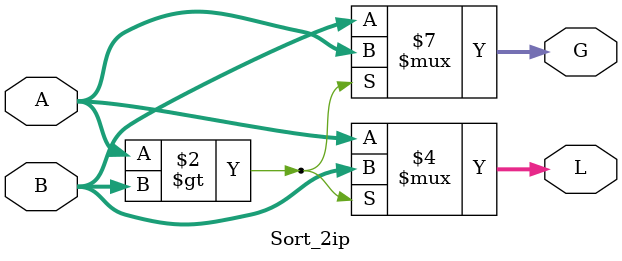
<source format=v>
module Sort_2ip(input [4:0] A,B, output reg [4:0]G,L);
always@*
begin
if(A>B)
begin
G <= A;
L <= B;
end
else
begin
G <= B;
L <= A;
end
end
endmodule

</source>
